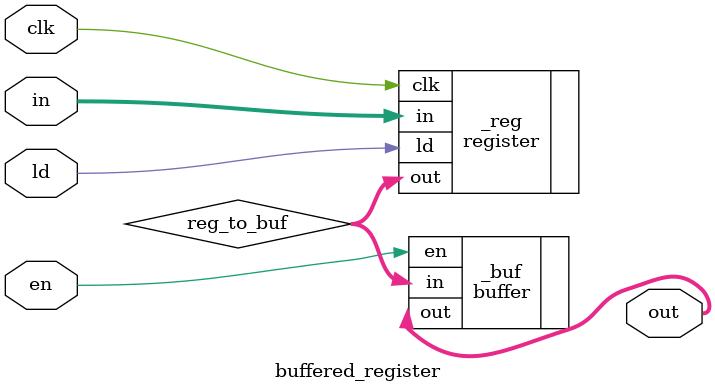
<source format=v>
`timescale 1ns/1ps
module buffered_register #(parameter N=8) (
    input wire clk,
    input wire en,
    input wire ld,
    input wire [N-1:0] in,
    output wire [N-1:0] out
);
    wire [N-1:0] reg_to_buf;
    register #(N) _reg(.clk(clk), .in(in), .ld(ld), .out(reg_to_buf));
    buffer #(N) _buf(.en(en), .in(reg_to_buf), .out(out));
endmodule

</source>
